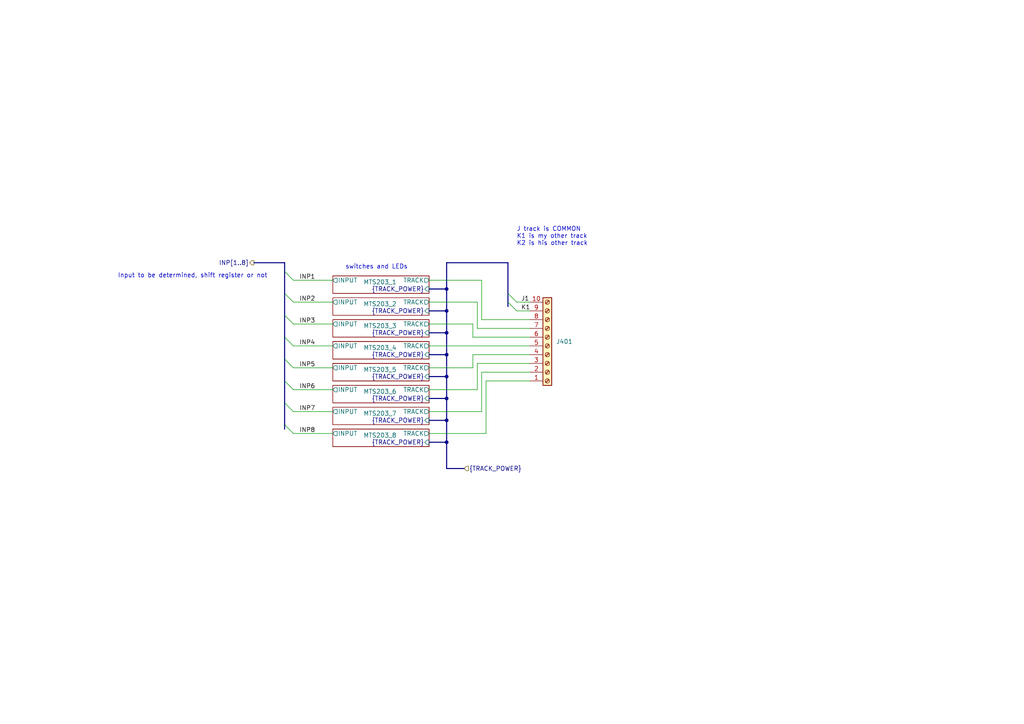
<source format=kicad_sch>
(kicad_sch (version 20231120) (generator "eeschema") (generator_version "8.0")
  (paper "A4")
  (lib_symbols
    (symbol "Connector:Screw_Terminal_01x10" (pin_names (offset 1.016) hide)
      (property "Reference" "J" (at 0 12.7 0))
      (property "Value" "Screw_Terminal_01x10" (at 0 -15.24 0))
      (symbol "Screw_Terminal_01x10_1_1"
        (rectangle (start -1.27 11.43) (end 1.27 -13.97) (stroke (width 0.254)) (fill (type background)))
        (circle (center 0 -12.7) (radius 0.635) (stroke (width 0.1524)))
        (circle (center 0 -10.16) (radius 0.635) (stroke (width 0.1524)))
        (circle (center 0 -7.62) (radius 0.635) (stroke (width 0.1524)))
        (circle (center 0 -5.08) (radius 0.635) (stroke (width 0.1524)))
        (circle (center 0 -2.54) (radius 0.635) (stroke (width 0.1524)))
        (polyline (pts (xy -0.5334 -12.3698) (xy 0.3302 -13.208)) (stroke (width 0.1524)))
        (polyline (pts (xy -0.5334 -9.8298) (xy 0.3302 -10.668)) (stroke (width 0.1524)))
        (polyline (pts (xy -0.5334 -7.2898) (xy 0.3302 -8.128)) (stroke (width 0.1524)))
        (polyline (pts (xy -0.5334 -4.7498) (xy 0.3302 -5.588)) (stroke (width 0.1524)))
        (polyline (pts (xy -0.5334 -2.2098) (xy 0.3302 -3.048)) (stroke (width 0.1524)))
        (polyline (pts (xy -0.5334 0.3302) (xy 0.3302 -0.508)) (stroke (width 0.1524)))
        (polyline (pts (xy -0.5334 2.8702) (xy 0.3302 2.032)) (stroke (width 0.1524)))
        (polyline (pts (xy -0.5334 5.4102) (xy 0.3302 4.572)) (stroke (width 0.1524)))
        (polyline (pts (xy -0.5334 7.9502) (xy 0.3302 7.112)) (stroke (width 0.1524)))
        (polyline (pts (xy -0.5334 10.4902) (xy 0.3302 9.652)) (stroke (width 0.1524)))
        (polyline (pts (xy -0.3556 -12.192) (xy 0.508 -13.0302)) (stroke (width 0.1524)))
        (polyline (pts (xy -0.3556 -9.652) (xy 0.508 -10.4902)) (stroke (width 0.1524)))
        (polyline (pts (xy -0.3556 -7.112) (xy 0.508 -7.9502)) (stroke (width 0.1524)))
        (polyline (pts (xy -0.3556 -4.572) (xy 0.508 -5.4102)) (stroke (width 0.1524)))
        (polyline (pts (xy -0.3556 -2.032) (xy 0.508 -2.8702)) (stroke (width 0.1524)))
        (polyline (pts (xy -0.3556 0.508) (xy 0.508 -0.3302)) (stroke (width 0.1524)))
        (polyline (pts (xy -0.3556 3.048) (xy 0.508 2.2098)) (stroke (width 0.1524)))
        (polyline (pts (xy -0.3556 5.588) (xy 0.508 4.7498)) (stroke (width 0.1524)))
        (polyline (pts (xy -0.3556 8.128) (xy 0.508 7.2898)) (stroke (width 0.1524)))
        (polyline (pts (xy -0.3556 10.668) (xy 0.508 9.8298)) (stroke (width 0.1524)))
        (circle (center 0 0) (radius 0.635) (stroke (width 0.1524)))
        (circle (center 0 2.54) (radius 0.635) (stroke (width 0.1524)))
        (circle (center 0 5.08) (radius 0.635) (stroke (width 0.1524)))
        (circle (center 0 7.62) (radius 0.635) (stroke (width 0.1524)))
        (circle (center 0 10.16) (radius 0.635) (stroke (width 0.1524)))
        (pin passive line (at -5.08 10.16 0) (length 3.81) (name "Pin_1") (number "1"))
        (pin passive line (at -5.08 -12.7 0) (length 3.81) (name "Pin_10") (number "10"))
        (pin passive line (at -5.08 7.62 0) (length 3.81) (name "Pin_2") (number "2"))
        (pin passive line (at -5.08 5.08 0) (length 3.81) (name "Pin_3") (number "3"))
        (pin passive line (at -5.08 2.54 0) (length 3.81) (name "Pin_4") (number "4"))
        (pin passive line (at -5.08 0 0) (length 3.81) (name "Pin_5") (number "5"))
        (pin passive line (at -5.08 -2.54 0) (length 3.81) (name "Pin_6") (number "6"))
        (pin passive line (at -5.08 -5.08 0) (length 3.81) (name "Pin_7") (number "7"))
        (pin passive line (at -5.08 -7.62 0) (length 3.81) (name "Pin_8") (number "8"))
        (pin passive line (at -5.08 -10.16 0) (length 3.81) (name "Pin_9") (number "9"))
      )
    )
  )
  (junction (at 129.54 121.92))
  (junction (at 129.54 102.87))
  (junction (at 129.54 128.27))
  (junction (at 129.54 115.57))
  (junction (at 129.54 90.17))
  (junction (at 129.54 83.82))
  (junction (at 129.54 96.52))
  (junction (at 129.54 109.22))
  (bus_entry (at 147.32 87.63) (size 2.54 2.54))
  (bus_entry (at 82.55 85.09) (size 2.54 2.54))
  (bus_entry (at 82.55 78.74) (size 2.54 2.54))
  (bus_entry (at 82.55 110.49) (size 2.54 2.54))
  (bus_entry (at 82.55 91.44) (size 2.54 2.54))
  (bus_entry (at 82.55 123.19) (size 2.54 2.54))
  (bus_entry (at 82.55 116.84) (size 2.54 2.54))
  (bus_entry (at 147.32 85.09) (size 2.54 2.54))
  (bus_entry (at 82.55 104.14) (size 2.54 2.54))
  (bus_entry (at 82.55 97.79) (size 2.54 2.54))
  (bus (pts (xy 129.54 109.22) (xy 124.46 109.22)))
  (wire (pts (xy 138.43 113.03) (xy 138.43 105.41)))
  (bus (pts (xy 82.55 110.49) (xy 82.55 104.14)))
  (wire (pts (xy 137.16 106.68) (xy 137.16 102.87)))
  (wire (pts (xy 153.67 95.25) (xy 138.43 95.25)))
  (wire (pts (xy 85.09 106.68) (xy 96.52 106.68)))
  (wire (pts (xy 85.09 93.98) (xy 96.52 93.98)))
  (wire (pts (xy 124.46 93.98) (xy 137.16 93.98)))
  (wire (pts (xy 138.43 87.63) (xy 124.46 87.63)))
  (wire (pts (xy 137.16 102.87) (xy 153.67 102.87)))
  (bus (pts (xy 129.54 115.57) (xy 129.54 121.92)))
  (bus (pts (xy 129.54 115.57) (xy 124.46 115.57)))
  (bus (pts (xy 147.32 76.2) (xy 147.32 85.09)))
  (bus (pts (xy 129.54 83.82) (xy 129.54 90.17)))
  (wire (pts (xy 139.7 119.38) (xy 139.7 107.95)))
  (wire (pts (xy 137.16 97.79) (xy 153.67 97.79)))
  (wire (pts (xy 85.09 113.03) (xy 96.52 113.03)))
  (bus (pts (xy 129.54 121.92) (xy 124.46 121.92)))
  (wire (pts (xy 149.86 87.63) (xy 153.67 87.63)))
  (bus (pts (xy 124.46 83.82) (xy 129.54 83.82)))
  (bus (pts (xy 129.54 96.52) (xy 129.54 102.87)))
  (wire (pts (xy 139.7 92.71) (xy 153.67 92.71)))
  (bus (pts (xy 134.62 135.89) (xy 129.54 135.89)))
  (wire (pts (xy 137.16 93.98) (xy 137.16 97.79)))
  (bus (pts (xy 82.55 78.74) (xy 82.55 76.2)))
  (wire (pts (xy 85.09 119.38) (xy 96.52 119.38)))
  (bus (pts (xy 129.54 102.87) (xy 129.54 109.22)))
  (bus (pts (xy 129.54 102.87) (xy 124.46 102.87)))
  (wire (pts (xy 124.46 125.73) (xy 140.97 125.73)))
  (bus (pts (xy 124.46 128.27) (xy 129.54 128.27)))
  (bus (pts (xy 129.54 128.27) (xy 129.54 135.89)))
  (bus (pts (xy 82.55 116.84) (xy 82.55 110.49)))
  (wire (pts (xy 139.7 81.28) (xy 139.7 92.71)))
  (bus (pts (xy 82.55 97.79) (xy 82.55 91.44)))
  (bus (pts (xy 129.54 109.22) (xy 129.54 115.57)))
  (wire (pts (xy 138.43 105.41) (xy 153.67 105.41)))
  (bus (pts (xy 129.54 76.2) (xy 129.54 83.82)))
  (wire (pts (xy 85.09 125.73) (xy 96.52 125.73)))
  (bus (pts (xy 129.54 90.17) (xy 124.46 90.17)))
  (wire (pts (xy 149.86 90.17) (xy 153.67 90.17)))
  (bus (pts (xy 147.32 85.09) (xy 147.32 87.63)))
  (wire (pts (xy 124.46 119.38) (xy 139.7 119.38)))
  (wire (pts (xy 140.97 110.49) (xy 153.67 110.49)))
  (wire (pts (xy 124.46 100.33) (xy 153.67 100.33)))
  (wire (pts (xy 139.7 107.95) (xy 153.67 107.95)))
  (bus (pts (xy 82.55 91.44) (xy 82.55 85.09)))
  (bus (pts (xy 82.55 104.14) (xy 82.55 97.79)))
  (wire (pts (xy 124.46 113.03) (xy 138.43 113.03)))
  (wire (pts (xy 124.46 81.28) (xy 139.7 81.28)))
  (bus (pts (xy 129.54 121.92) (xy 129.54 128.27)))
  (wire (pts (xy 85.09 81.28) (xy 96.52 81.28)))
  (bus (pts (xy 147.32 87.63) (xy 147.32 88.9)))
  (bus (pts (xy 73.66 76.2) (xy 82.55 76.2)))
  (wire (pts (xy 124.46 106.68) (xy 137.16 106.68)))
  (bus (pts (xy 129.54 96.52) (xy 124.46 96.52)))
  (bus (pts (xy 129.54 90.17) (xy 129.54 96.52)))
  (wire (pts (xy 85.09 87.63) (xy 96.52 87.63)))
  (bus (pts (xy 82.55 124.46) (xy 82.55 123.19)))
  (bus (pts (xy 82.55 85.09) (xy 82.55 78.74)))
  (wire (pts (xy 85.09 100.33) (xy 96.52 100.33)))
  (bus (pts (xy 82.55 123.19) (xy 82.55 116.84)))
  (bus (pts (xy 129.54 76.2) (xy 147.32 76.2)))
  (wire (pts (xy 140.97 125.73) (xy 140.97 110.49)))
  (wire (pts (xy 138.43 95.25) (xy 138.43 87.63)))
  (text "Input to be determined, shift register or not\n" (at 55.88 80.01 0) (effects (font (size 1.27 1.27))))
  (text "J track is COMMON\nK1 is my other track\nK2 is his other track" (at 149.86 68.58 0) (effects (font (size 1.27 1.27)) (justify left)))
  (text "switches and LEDs\n" (at 109.22 77.47 0) (effects (font (size 1.27 1.27))))
  (label "INP7" (at 91.44 119.38 180))
  (label "INP8" (at 91.44 125.73 180))
  (label "INP1" (at 91.44 81.28 180))
  (label "INP6" (at 91.44 113.03 180))
  (label "INP2" (at 91.44 87.63 180))
  (label "INP5" (at 91.44 106.68 180))
  (label "K1" (at 151.13 90.17 0))
  (label "J1" (at 151.13 87.63 0))
  (label "INP3" (at 91.44 93.98 180))
  (label "INP4" (at 91.44 100.33 180))
  (hierarchical_label "{TRACK_POWER}" (shape input) (at 134.62 135.89 0))
  (hierarchical_label "INP[1..8]" (shape output) (at 73.66 76.2 180))
  (symbol (lib_id "Connector:Screw_Terminal_01x10") (at 158.75 100.33 0) (mirror x) (unit 1)
    (property "Reference" "J401" (at 161.29 99.0601 0) (effects (justify left)))
    (property "Value" "Screw_Terminal_01x10" (effects (hide yes)))
    (property "Footprint" "TerminalBlock_Phoenix:TerminalBlock_Phoenix_MKDS-1,5-10-5.08_1x10_P5.08mm_Horizontal" (effects (hide yes)))
    (property "Description" "Generic screw terminal, single row, 01x10, script generated (kicad-library-utils/schlib/autogen/connector/)" (effects (hide yes)))
  )
  (sheet (at 96.52 111.76) (size 27.94 5.08) (stroke (width 0.1524))
    (property "Sheetname" "MTS203_6" (at 105.41 114.3 0) (effects (justify left bottom)))
    (property "Sheetfile" "MTS203.kicad_sch" (effects (hide yes)))
    (pin "INPUT" output (at 96.52 113.03 180))
    (pin "{TRACK_POWER}" input (at 124.46 115.57 0))
    (pin "TRACK" output (at 124.46 113.03 0))
  )
  (sheet (at 96.52 92.71) (size 27.94 5.08) (stroke (width 0.1524))
    (property "Sheetname" "MTS203_3" (at 105.41 95.25 0) (effects (justify left bottom)))
    (property "Sheetfile" "MTS203.kicad_sch" (effects (hide yes)))
    (pin "INPUT" output (at 96.52 93.98 180))
    (pin "{TRACK_POWER}" input (at 124.46 96.52 0))
    (pin "TRACK" output (at 124.46 93.98 0))
  )
  (sheet (at 96.52 118.11) (size 27.94 5.08) (stroke (width 0.1524))
    (property "Sheetname" "MTS203_7" (at 105.41 120.65 0) (effects (justify left bottom)))
    (property "Sheetfile" "MTS203.kicad_sch" (effects (hide yes)))
    (pin "INPUT" output (at 96.52 119.38 180))
    (pin "{TRACK_POWER}" input (at 124.46 121.92 0))
    (pin "TRACK" output (at 124.46 119.38 0))
  )
  (sheet (at 96.52 86.36) (size 27.94 5.08) (stroke (width 0.1524))
    (property "Sheetname" "MTS203_2" (at 105.41 88.9 0) (effects (justify left bottom)))
    (property "Sheetfile" "MTS203.kicad_sch" (effects (hide yes)))
    (pin "INPUT" output (at 96.52 87.63 180))
    (pin "{TRACK_POWER}" input (at 124.46 90.17 0))
    (pin "TRACK" output (at 124.46 87.63 0))
  )
  (sheet (at 96.52 80.01) (size 27.94 5.08) (stroke (width 0.1524))
    (property "Sheetname" "MTS203_1" (at 105.41 82.55 0) (effects (justify left bottom)))
    (property "Sheetfile" "MTS203.kicad_sch" (effects (hide yes)))
    (pin "INPUT" output (at 96.52 81.28 180))
    (pin "{TRACK_POWER}" input (at 124.46 83.82 0))
    (pin "TRACK" output (at 124.46 81.28 0))
  )
  (sheet (at 96.52 105.41) (size 27.94 5.08) (stroke (width 0.1524))
    (property "Sheetname" "MTS203_5" (at 105.41 107.95 0) (effects (justify left bottom)))
    (property "Sheetfile" "MTS203.kicad_sch" (effects (hide yes)))
    (pin "INPUT" output (at 96.52 106.68 180))
    (pin "{TRACK_POWER}" input (at 124.46 109.22 0))
    (pin "TRACK" output (at 124.46 106.68 0))
  )
  (sheet (at 96.52 124.46) (size 27.94 5.08) (stroke (width 0.1524))
    (property "Sheetname" "MTS203_8" (at 105.41 127 0) (effects (justify left bottom)))
    (property "Sheetfile" "MTS203.kicad_sch" (effects (hide yes)))
    (pin "INPUT" output (at 96.52 125.73 180))
    (pin "{TRACK_POWER}" input (at 124.46 128.27 0))
    (pin "TRACK" output (at 124.46 125.73 0))
  )
  (sheet (at 96.52 99.06) (size 27.94 5.08) (stroke (width 0.1524))
    (property "Sheetname" "MTS203_4" (at 105.41 101.6 0) (effects (justify left bottom)))
    (property "Sheetfile" "MTS203.kicad_sch" (effects (hide yes)))
    (pin "INPUT" output (at 96.52 100.33 180))
    (pin "{TRACK_POWER}" input (at 124.46 102.87 0))
    (pin "TRACK" output (at 124.46 100.33 0))
  )
)
</source>
